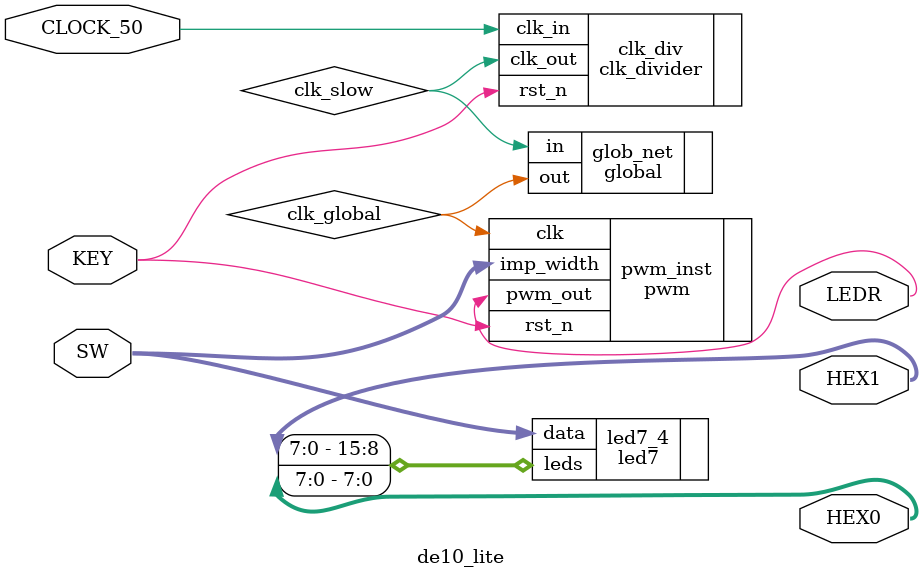
<source format=v>

module de10_lite
(
  input        CLOCK_50,
  input [0:0]  KEY,
 
  input [7:0]  SW,
 
  output [0:0] LEDR,
 
  output [7:0] HEX1,
  output [7:0] HEX0
);

   localparam CNT_W = 8;
   
   wire               clk_slow;
   wire               clk_global;
   wire [CNT_W - 1:0] cnt_to_seg7;
   
 //Set WIDTH=18 for demostration this example
 clk_divider #(.WIDTH(18)) clk_div
 ( 
    .clk_in  ( CLOCK_50 ),
    .rst_n   ( KEY[0]   ),
    .clk_out ( clk_slow )
 );
   
  global glob_net
  (
     .in ( clk_slow   ),
     .out( clk_global )
  );

   pwm #(.PWM_WIDTH(8)) pwm_inst
   (
      .clk       ( clk_global ),
      .rst_n     ( KEY[0]     ),
      .imp_width ( SW         ),
      .pwm_out   ( LEDR       ),
   );
   
  
  led7 #(.COUNT(2)) led7_4
  (
    .data(SW),
    .leds({HEX1,HEX0})
  );
  
                          
endmodule

</source>
